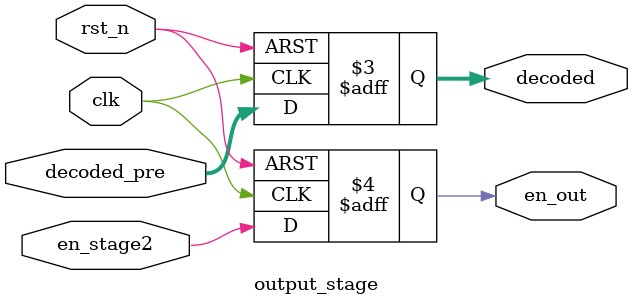
<source format=sv>
module decoder_cascade (
    input wire clk,         // 时钟信号
    input wire rst_n,       // 复位信号
    input wire en_in,       // 输入使能
    input wire [2:0] addr,  // 地址输入
    output wire [7:0] decoded, // 解码输出
    output wire en_out       // 输出使能
);
    // 内部连接信号
    wire en_in_stage1;
    wire [2:0] addr_stage1;
    wire en_stage2;
    wire [7:0] decoded_pre;
    wire [3:0] addr_decode_low;
    wire [3:0] addr_decode_high;

    // 实例化第一级流水线模块
    input_stage input_pipeline (
        .clk(clk),
        .rst_n(rst_n),
        .en_in(en_in),
        .addr(addr),
        .en_in_stage1(en_in_stage1),
        .addr_stage1(addr_stage1)
    );

    // 实例化地址解码模块
    address_decoder addr_decoder (
        .addr_stage1(addr_stage1),
        .addr_decode_low(addr_decode_low),
        .addr_decode_high(addr_decode_high)
    );

    // 实例化解码逻辑模块
    decoder_logic decode_logic (
        .en_in_stage1(en_in_stage1),
        .addr_decode_low(addr_decode_low),
        .addr_decode_high(addr_decode_high),
        .decoded_pre(decoded_pre),
        .en_stage2(en_stage2)
    );

    // 实例化输出寄存器模块
    output_stage output_regs (
        .clk(clk),
        .rst_n(rst_n),
        .decoded_pre(decoded_pre),
        .en_stage2(en_stage2),
        .decoded(decoded),
        .en_out(en_out)
    );

endmodule

// 第一级流水线模块 - 处理输入信号寄存
module input_stage (
    input wire clk,
    input wire rst_n,
    input wire en_in,
    input wire [2:0] addr,
    output reg en_in_stage1,
    output reg [2:0] addr_stage1
);
    // 第一级流水线寄存器
    always @(posedge clk or negedge rst_n) begin
        if (!rst_n) begin
            en_in_stage1 <= 1'b0;
            addr_stage1 <= 3'b000;
        end else begin
            en_in_stage1 <= en_in;
            addr_stage1 <= addr;
        end
    end
endmodule

// 地址解码模块 - 将地址解码为控制信号
module address_decoder (
    input wire [2:0] addr_stage1,
    output reg [3:0] addr_decode_low,
    output reg [3:0] addr_decode_high
);
    // 地址预解码 - 将解码逻辑分为两级，减少关键路径长度
    always @(*) begin
        // 先解码低位，将2位地址解码为4选1结构
        case (addr_stage1[1:0])
            2'b00: addr_decode_low = 4'b0001;
            2'b01: addr_decode_low = 4'b0010;
            2'b10: addr_decode_low = 4'b0100;
            2'b11: addr_decode_low = 4'b1000;
        endcase
        
        // 高位选择
        addr_decode_high = {3'b0, addr_stage1[2]};
    end
endmodule

// 解码逻辑模块 - 根据地址和控制信号生成预解码结果
module decoder_logic (
    input wire en_in_stage1,
    input wire [3:0] addr_decode_low,
    input wire [3:0] addr_decode_high,
    output reg [7:0] decoded_pre,
    output reg en_stage2
);
    // 合并解码结果
    always @(*) begin
        decoded_pre = 8'h00;
        en_stage2 = en_in_stage1;
        
        if (en_in_stage1) begin
            if (addr_decode_high[0] == 1'b0) begin
                // 低4位输出
                decoded_pre[3:0] = addr_decode_low;
                decoded_pre[7:4] = 4'b0000;
            end else begin
                // 高4位输出
                decoded_pre[3:0] = 4'b0000;
                decoded_pre[7:4] = addr_decode_low;
            end
        end
    end
endmodule

// 输出寄存器模块 - 最终输出阶段
module output_stage (
    input wire clk,
    input wire rst_n,
    input wire [7:0] decoded_pre,
    input wire en_stage2,
    output reg [7:0] decoded,
    output reg en_out
);
    // 输出寄存器 - 最终数据流阶段
    always @(posedge clk or negedge rst_n) begin
        if (!rst_n) begin
            decoded <= 8'h00;
            en_out <= 1'b0;
        end else begin
            decoded <= decoded_pre;
            en_out <= en_stage2;
        end
    end
endmodule
</source>
